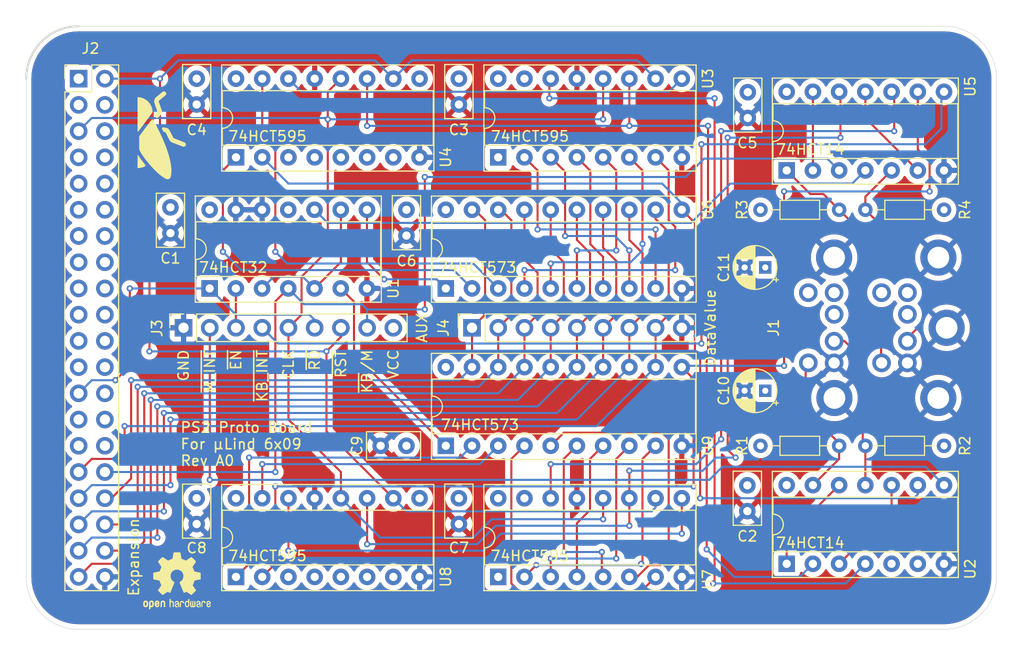
<source format=kicad_pcb>
(kicad_pcb (version 20240108) (generator "pcbnew") (generator_version "8.0")
  (layers (0 "F.Cu" signal) (1 "In1.Cu" power) (2 "In2.Cu" power) (31 "B.Cu" signal) (34 "B.Paste" user) (35 "F.Paste" user) (36 "B.SilkS" user "B.Silkscreen") (37 "F.SilkS" user "F.Silkscreen") (38 "B.Mask" user) (39 "F.Mask" user) (44 "Edge.Cuts" user))
  (net 0 "")
  (net 1 "GND")
  (net 2 "VCC")
  (net 3 "/PS2_KB_DATA")
  (net 5 "/PS2_M_CLK")
  (net 6 "/PS2_M_DATA")
  (net 7 "/PS2_KB_CLK")
  (net 19 "A0")
  (net 21 "/D7")
  (net 25 "/D6")
  (net 31 "/~{RST}")
  (net 34 "/D2")
  (net 35 "/E")
  (net 36 "/D1")
  (net 39 "/D0")
  (net 40 "/D5")
  (net 43 "/D3")
  (net 44 "/D4")
  (net 45 "/~{RD}")
  (net 49 "/~{PS2_EN}")
  (net 50 "/~{INT_PS2_KB}")
  (net 51 "/~{INT_PS2_M}")
  (net 52 "Net-(U9-OE)")
  (net 53 "Net-(U1-Pad3)")
  (net 55 "Net-(U1-Pad10)")
  (net 56 "Net-(U6-OE)")
  (net 57 "Net-(U4-QC)")
  (net 58 "Net-(U3-QH')")
  (net 59 "Net-(U3-QC)")
  (net 60 "Net-(U3-QF)")
  (net 62 "Net-(U3-QH)")
  (net 64 "Net-(U3-QG)")
  (net 65 "Net-(U3-QD)")
  (net 66 "Net-(U3-QE)")
  (net 71 "Net-(U4-QA)")
  (net 72 "Net-(U4-QB)")
  (net 75 "Net-(U5-Pad11)")
  (net 76 "Net-(U8-QC)")
  (net 77 "Net-(U7-SER)")
  (net 78 "Net-(U7-SRCLK)")
  (net 79 "Net-(U7-QH')")
  (net 80 "Net-(U7-QG)")
  (net 82 "Net-(U7-QC)")
  (net 83 "Net-(U7-QD)")
  (net 84 "Net-(U7-QH)")
  (net 85 "Net-(U7-QE)")
  (net 87 "Net-(U7-QF)")
  (net 89 "Net-(U8-QB)")
  (net 92 "Net-(U8-QA)")
  (net 97 "Net-(U2-Pad10)")
  (net 98 "Net-(U2-Pad1)")
  (net 99 "/M_DATA")
  (net 100 "/M_CLK")
  (net 101 "Net-(U5-Pad13)")
  (footprint "Package_DIP:DIP-14_W7.62mm_Socket" (layer "F.Cu") (at 180.325 43.18 90)
    (property "Reference" "U1")
    (property "Value" "74HCT32")
  )
  (footprint "Capacitor_THT:C_Disc_D5.0mm_W2.5mm_P2.50mm" (layer "F.Cu") (at 179.07 63.5 -90)
    (property "Reference" "C8")
    (property "Value" "100n" (hide yes))
  )
  (footprint "Package_DIP:DIP-14_W7.62mm_Socket" (layer "F.Cu") (at 236.22 31.75 90)
    (property "Reference" "U5")
    (property "Value" "74HCT14")
  )
  (footprint "Package_DIP:DIP-16_W7.62mm_Socket" (layer "F.Cu") (at 208.28 30.48 90)
    (property "Reference" "U3")
    (property "Value" "74HCT595")
  )
  (footprint "Package_DIP:DIP-20_W7.62mm_Socket" (layer "F.Cu") (at 203.2 58.42 90)
    (property "Reference" "U9")
    (property "Value" "74HCT573")
  )
  (footprint "Resistor_THT:R_Axial_DIN0204_L3.6mm_D1.6mm_P7.62mm_Horizontal" (layer "F.Cu") (at 251.46 58.42 180)
    (property "Reference" "R2")
    (property "Value" "10k" (hide yes))
  )
  (footprint "Package_DIP:DIP-16_W7.62mm_Socket" (layer "F.Cu") (at 182.88 30.48 90)
    (property "Reference" "U4")
    (property "Value" "74HCT595")
  )
  (footprint "Connector_PinHeader_2.54mm:PinHeader_2x20_P2.54mm_Vertical" (layer "F.Cu") (at 167.64 22.86)
    (property "Reference" "J2")
    (property "Value" "Expansion")
  )
  (footprint "Capacitor_THT:C_Disc_D5.0mm_W2.5mm_P2.50mm" (layer "F.Cu") (at 199.39 35.56 -90)
    (property "Reference" "C6")
    (property "Value" "100n" (hide yes))
  )
  (footprint "Capacitor_THT:CP_Radial_D4.0mm_P2.00mm" (layer "F.Cu") (at 234.144597 41.148 180)
    (property "Reference" "C11")
    (property "Value" "10u" (hide yes))
  )
  (footprint "Capacitor_THT:C_Disc_D5.0mm_W2.5mm_P2.50mm" (layer "F.Cu") (at 232.452 24.17 -90)
    (property "Reference" "C5")
    (property "Value" "100n" (hide yes))
  )
  (footprint "Symbol:OSHW-Logo2_7.3x6mm_SilkScreen" (layer "F.Cu") (at 177.165 71.501)
    (property "Reference" "REF**" (hide yes))
    (property "Value" "OSHW-Logo2_7.3x6mm_SilkScreen" (hide yes))
  )
  (footprint "Capacitor_THT:C_Disc_D5.0mm_W2.5mm_P2.50mm" (layer "F.Cu") (at 199.39 58.42 180)
    (property "Reference" "C9")
    (property "Value" "100n" (hide yes))
  )
  (footprint "Connector_PinSocket_2.54mm:PinSocket_1x09_P2.54mm_Vertical" (layer "F.Cu") (at 177.8 46.99 90)
    (property "Reference" "J3")
    (property "Value" "AUX")
  )
  (footprint "Capacitor_THT:C_Disc_D5.0mm_W2.5mm_P2.50mm" (layer "F.Cu") (at 179.07 22.86 -90)
    (property "Reference" "C4")
    (property "Value" "100n" (hide yes))
  )
  (footprint "Package_DIP:DIP-14_W7.62mm_Socket" (layer "F.Cu") (at 236.22 69.85 90)
    (property "Reference" "U2")
    (property "Value" "74HCT14")
  )
  (footprint "Resistor_THT:R_Axial_DIN0204_L3.6mm_D1.6mm_P7.62mm_Horizontal" (layer "F.Cu") (at 251.46 35.56 180)
    (property "Reference" "R4")
    (property "Value" "10k" (hide yes))
  )
  (footprint "Capacitor_THT:C_Disc_D5.0mm_W2.5mm_P2.50mm" (layer "F.Cu") (at 232.41 62.25 -90)
    (property "Reference" "C2")
    (property "Value" "100n" (hide yes))
  )
  (footprint "Resistor_THT:R_Axial_DIN0204_L3.6mm_D1.6mm_P7.62mm_Horizontal" (layer "F.Cu") (at 233.68 58.42)
    (property "Reference" "R1")
    (property "Value" "10k" (hide yes))
  )
  (footprint "Capacitor_THT:C_Disc_D5.0mm_W2.5mm_P2.50mm" (layer "F.Cu") (at 204.47 22.86 -90)
    (property "Reference" "C3")
    (property "Value" "100n")
  )
  (footprint "Capacitor_THT:C_Disc_D5.0mm_W2.5mm_P2.50mm" (layer "F.Cu") (at 204.47 63.5 -90)
    (property "Reference" "C7")
    (property "Value" "100n" (hide yes))
  )
  (footprint "kicad-lib:2xPS2-Mini-Din" (layer "F.Cu") (at 256.414 46.99 90)
    (property "Reference" "J1")
    (property "Value" "~" (hide yes))
  )
  (footprint "Capacitor_THT:C_Disc_D5.0mm_W2.5mm_P2.50mm" (layer "F.Cu") (at 176.53 35.326 -90)
    (property "Reference" "C1")
    (property "Value" "100n" (hide yes))
  )
  (footprint "Package_DIP:DIP-20_W7.62mm_Socket" (layer "F.Cu") (at 203.2 43.18 90)
    (property "Reference" "U6")
    (property "Value" "74HCT573")
  )
  (footprint "Resistor_THT:R_Axial_DIN0204_L3.6mm_D1.6mm_P7.62mm_Horizontal" (layer "F.Cu") (at 233.68 35.56)
    (property "Reference" "R3")
    (property "Value" "10k" (hide yes))
  )
  (footprint "Connector_PinSocket_2.54mm:PinSocket_1x09_P2.54mm_Vertical" (layer "F.Cu") (at 205.74 46.99 90)
    (property "Reference" "J4")
    (property "Value" "DataValue")
  )
  (footprint "Package_DIP:DIP-16_W7.62mm_Socket" (layer "F.Cu") (at 208.28 71.12 90)
    (property "Reference" "U7")
    (property "Value" "74HCT595")
  )
  (footprint "Package_DIP:DIP-16_W7.62mm_Socket" (layer "F.Cu") (at 182.88 71.12 90)
    (property "Reference" "U8")
    (property "Value" "74HCT595")
  )
  (footprint "kicad-lib:fly_6mm" (layer "F.Cu") (at 175.641 28.448)
    (property "Reference" "G***" (hide yes))
    (property "Value" "LOGO" (hide yes))
  )
  (footprint "Capacitor_THT:CP_Radial_D4.0mm_P2.00mm" (layer "F.Cu") (at 234.1446 53.086 180)
    (property "Reference" "C10")
    (property "Value" "10u" (hide yes))
  )
  (gr_arc (start 167.64 76.2) (mid 164.047898 74.712102) (end 162.56 71.12) (stroke (width 0.05)) (layer "Edge.Cuts"))
  (gr_line (start 167.64 17.78) (end 251.46 17.78) (stroke (width 0.05)) (layer "Edge.Cuts"))
  (gr_arc (start 162.56 22.86) (mid 164.047898 19.267898) (end 167.64 17.78) (stroke (width 0.2)) (layer "Edge.Cuts"))
  (gr_arc (start 251.46 17.78) (mid 255.052102 19.267898) (end 256.54 22.86) (stroke (width 0.05)) (layer "Edge.Cuts"))
  (gr_line (start 167.894 76.2) (end 167.64 76.2) (stroke (width 0.05)) (layer "Edge.Cuts"))
  (gr_line (start 162.56 71.12) (end 162.56 22.86) (stroke (width 0.05)) (layer "Edge.Cuts"))
  (gr_line (start 251.46 76.2) (end 167.894 76.2) (stroke (width 0.05)) (layer "Edge.Cuts"))
  (gr_line (start 256.54 22.86) (end 256.54 71.12) (stroke (width 0.05)) (layer "Edge.Cuts"))
  (gr_arc (start 256.54 71.12) (mid 255.052102 74.712102) (end 251.46 76.2) (stroke (width 0.05)) (layer "Edge.Cuts"))
  (gr_text "~{M_INT}" (at 180.34 49.022 90) (layer "F.SilkS") (effects (font (size 1 1)) (justify right)))
  (gr_text "~{KB_INT}" (at 185.42 49.022 90) (layer "F.SilkS") (effects (font (size 1 1)) (justify right)))
  (gr_text "CLK\n" (at 187.96 49.022 90) (layer "F.SilkS") (effects (font (size 1 1)) (justify right)))
  (gr_text "VCC" (at 198.12 49.022 90) (layer "F.SilkS") (effects (font (size 1 1)) (justify right)))
  (gr_text "PS2 Proto Board\nFor µLind 6x09\nRev A0" (at 177.419 60.452 0) (layer "F.SilkS") (effects (font (size 1 1)) (justify left bottom)))
  (gr_text "~{KB}/M" (at 195.58 49.022 90) (layer "F.SilkS") (effects (font (size 1 1)) (justify right)))
  (gr_text "GND\n" (at 177.8 49.022 90) (layer "F.SilkS") (effects (font (size 1 1)) (justify right)))
  (gr_text "~{RD}" (at 190.5 49.022 90) (layer "F.SilkS") (effects (font (size 1 1)) (justify right)))
  (gr_text "~{RST}" (at 193.04 49.022 90) (layer "F.SilkS") (effects (font (size 1 1)) (justify right)))
  (gr_text "~{EN}" (at 182.88 49.022 90) (layer "F.SilkS") (effects (font (size 1 1)) (justify right)))
  (segment (start 243.84 35.56) (end 243.84 34.29) (width 0.2) (layer "F.Cu") (net 3))
  (segment (start 249.428 42.926) (end 247.904 41.402) (width 0.2) (layer "F.Cu") (net 3))
  (segment (start 247.66 48.25) (end 249.428 46.482) (width 0.2) (layer "F.Cu") (net 3))
  (segment (start 247.904 39.624) (end 243.84 35.56) (width 0.2) (layer "F.Cu") (net 3))
  (segment (start 247.904 41.402) (end 247.904 39.624) (width 0.2) (layer "F.Cu") (net 3))
  (segment (start 243.84 34.29) (end 246.38 31.75) (width 0.2) (layer "F.Cu") (net 3))
  (segment (start 247.66 48.29) (end 247.66 48.25) (width 0.2) (layer "F.Cu") (net 3))
  (segment (start 249.428 46.482) (end 249.428 42.926) (width 0.2) (layer "F.Cu") (net 3))
  (segment (start 241.3 58.42) (end 241.3 59.69) (width 0.2) (layer "F.Cu") (net 5))
  (segment (start 238.06 54.926) (end 241.3 58.166) (width 0.2) (layer "F.Cu") (net 5))
  (segment (start 241.3 59.69) (end 238.76 62.23) (width 0.2) (layer "F.Cu") (net 5))
  (segment (start 241.3 58.166) (end 241.3 58.42) (width 0.2) (layer "F.Cu") (net 5))
  (segment (start 238.06 50.39) (end 238.06 54.926) (width 0.2) (layer "F.Cu") (net 5))
  (segment (start 240.56 48.29) (end 241.838 48.29) (width 0.2) (layer "F.Cu") (net 6))
  (segment (start 243.84 62.23) (end 243.84 58.42) (width 0.2) (layer "F.Cu") (net 6))
  (segment (start 241.838 48.29) (end 243.586 50.038) (width 0.2) (layer "F.Cu") (net 6))
  (segment (start 243.586 58.166) (end 243.84 58.42) (width 0.2) (layer "F.Cu") (net 6))
  (segment (start 243.586 50.038) (end 243.586 58.166) (width 0.2) (layer "F.Cu") (net 6))
  (segment (start 245.364 46.228) (end 243.586 44.45) (width 0.2) (layer "F.Cu") (net 7))
  (segment (start 239.776 34.036) (end 238.506 34.036) (width 0.2) (layer "F.Cu") (net 7))
  (segment (start 241.3 35.56) (end 239.776 34.036) (width 0.2) (layer "F.Cu") (net 7))
  (segment (start 243.586 44.45) (end 243.586 37.846) (width 0.2) (layer "F.Cu") (net 7))
  (segment (start 245.16 50.39) (end 245.364 50.186) (width 0.2) (layer "F.Cu") (net 7))
  (segment (start 245.364 50.186) (end 245.364 46.228) (width 0.2) (layer "F.Cu") (net 7))
  (segment (start 238.506 34.036) (end 236.22 31.75) (width 0.2) (layer "F.Cu") (net 7))
  (segment (start 243.586 37.846) (end 241.3 35.56) (width 0.2) (layer "F.Cu") (net 7))
  (segment (start 201.168 45.212) (end 201.168 32.385) (width 0.2) (layer "F.Cu") (net 19))
  (segment (start 186.69 44.435) (end 187.945 43.18) (width 0.2) (layer "F.Cu") (net 19))
  (segment (start 186.69 60.96) (end 186.69 44.435) (width 0.2) (layer "F.Cu") (net 19))
  (via (at 201.168 45.212) (size 0.6) (drill 0.3) (layers "F.Cu" "B.Cu") (net 19))
  (via (at 201.168 32.385) (size 0.6) (drill 0.3) (layers "F.Cu" "B.Cu") (net 19))
  (via (at 186.69 60.96) (size 0.6) (drill 0.3) (layers "F.Cu" "B.Cu") (net 19))
  (segment (start 187.945 43.18) (end 189.469 44.704) (width 0.2) (layer "B.Cu") (net 19))
  (segment (start 226.441 32.385) (end 228.219 30.607) (width 0.2) (layer "B.Cu") (net 19))
  (segment (start 189.469 44.704) (end 195.072 44.704) (width 0.2) (layer "B.Cu") (net 19))
  (segment (start 170.18 60.96) (end 186.69 60.96) (width 0.2) (layer "B.Cu") (net 19))
  (segment (start 195.58 45.212) (end 201.168 45.212) (width 0.2) (layer "B.Cu") (net 19))
  (segment (start 195.58 45.212) (end 195.58 46.99) (width 0.2) (layer "B.Cu") (net 19))
  (segment (start 240.157 30.607) (end 241.3 31.75) (width 0.2) (layer "B.Cu") (net 19))
  (segment (start 201.168 32.385) (end 226.441 32.385) (width 0.2) (layer "B.Cu") (net 19))
  (segment (start 228.219 30.607) (end 240.157 30.607) (width 0.2) (layer "B.Cu") (net 19))
  (segment (start 195.072 44.704) (end 195.58 45.212) (width 0.2) (layer "B.Cu") (net 19))
  (segment (start 168.91 59.69) (end 167.64 60.96) (width 0.2) (layer "F.Cu") (net 21))
  (segment (start 224.79 37.719) (end 223.52 36.449) (width 0.2) (layer "F.Cu") (net 21))
  (segment (start 171.831 59.69) (end 168.91 59.69) (width 0.2) (layer "F.Cu") (net 21))
  (segment (start 172.085 56.515) (end 172.085 59.436) (width 0.2) (layer "F.Cu") (net 21))
  (segment (start 223.52 46.99) (end 223.52 50.8) (width 0.2) (layer "F.Cu") (net 21))
  (segment (start 172.085 59.436) (end 171.831 59.69) (width 0.2) (layer "F.Cu") (net 21))
  (segment (start 224.79 45.72) (end 224.79 37.719) (width 0.2) (layer "F.Cu") (net 21))
  (segment (start 223.52 36.449) (end 223.52 35.306) (width 0.2) (layer "F.Cu") (net 21))
  (segment (start 223.52 46.99) (end 224.79 45.72) (width 0.2) (layer "F.Cu") (net 21))
  (via (at 172.085 56.515) (size 0.6) (drill 0.3) (layers "F.Cu" "B.Cu") (net 21))
  (segment (start 223.5073 50.8) (end 223.52 50.8) (width 0.2) (layer "B.Cu") (net 21))
  (segment (start 217.7923 56.515) (end 223.5073 50.8) (width 0.2) (layer "B.Cu") (net 21))
  (segment (start 172.085 56.515) (end 217.7923 56.515) (width 0.2) (layer "B.Cu") (net 21))
  (segment (start 220.98 38.481) (end 220.98 35.306) (width 0.2) (layer "F.Cu") (net 25))
  (segment (start 220.98 46.99) (end 220.98 50.8) (width 0.2) (layer "F.Cu") (net 25))
  (segment (start 220.98 46.99) (end 222.25 45.72) (width 0.2) (layer "F.Cu") (net 25))
  (segment (start 222.25 45.72) (end 222.25 39.751) (width 0.2) (layer "F.Cu") (net 25))
  (segment (start 222.25 39.751) (end 220.98 38.481) (width 0.2) (layer "F.Cu") (net 25))
  (segment (start 176.53 62.23) (end 176.53 55.88) (width 0.2) (layer "F.Cu") (net 25))
  (via (at 176.53 62.23) (size 0.6) (drill 0.3) (layers "F.Cu" "B.Cu") (net 25))
  (via (at 176.53 55.88) (size 0.6) (drill 0.3) (layers "F.Cu" "B.Cu") (net 25))
  (segment (start 215.9 55.88) (end 220.98 50.8) (width 0.2) (layer "B.Cu") (net 25))
  (segment (start 176.53 62.23) (end 168.91 62.23) (width 0.2) (layer "B.Cu") (net 25))
  (segment (start 168.91 62.23) (end 167.64 63.5) (width 0.2) (layer "B.Cu") (net 25))
  (segment (start 176.53 55.88) (end 215.9 55.88) (width 0.2) (layer "B.Cu") (net 25))
  (segment (start 174.498 33.528) (end 174.498 49.276) (width 0.2) (layer "F.Cu") (net 31))
  (segment (start 191.643 57.023) (end 198.12 63.5) (width 0.2) (layer "F.Cu") (net 31))
  (segment (start 193.04 47.879) (end 193.04 46.99) (width 0.2) (layer "F.Cu") (net 31))
  (segment (start 191.643 49.276) (end 193.04 47.879) (width 0.2) (layer "F.Cu") (net 31))
  (segment (start 191.643 49.276) (end 191.643 57.023) (width 0.2) (layer "F.Cu") (net 31))
  (segment (start 175.514 32.512) (end 174.498 33.528) (width 0.2) (layer "F.Cu") (net 31))
  (segment (start 175.514 22.86) (end 175.514 32.512) (width 0.2) (layer "F.Cu") (net 31))
  (via (at 191.643 49.276) (size 0.6) (drill 0.3) (layers "F.Cu" "B.Cu") (net 31))
  (via (at 174.498 49.276) (size 0.6) (drill 0.3) (layers "F.Cu" "B.Cu") (net 31))
  (via (at 175.514 22.86) (size 0.6) (drill 0.3) (layers "F.Cu" "B.Cu") (net 31))
  (segment (start 174.498 49.276) (end 191.643 49.276) (width 0.2) (layer "B.Cu") (net 31))
  (segment (start 198.12 22.86) (end 199.898 21.082) (width 0.2) (layer "B.Cu") (net 31))
  (segment (start 198.12 63.5) (end 199.39 64.77) (width 0.2) (layer "B.Cu") (net 31))
  (segment (start 196.342 21.082) (end 198.12 22.86) (width 0.2) (layer "B.Cu") (net 31))
  (segment (start 175.514 22.86) (end 177.292 21.082) (width 0.2) (layer "B.Cu") (net 31))
  (segment (start 177.292 21.082) (end 196.342 21.082) (width 0.2) (layer "B.Cu") (net 31))
  (segment (start 223.52 64.389) (end 223.52 63.5) (width 0.2) (layer "B.Cu") (net 31))
  (segment (start 223.139 64.77) (end 223.52 64.389) (width 0.2) (layer "B.Cu") (net 31))
  (segment (start 170.18 22.86) (end 175.514 22.86) (width 0.2) (layer "B.Cu") (net 31))
  (segment (start 199.39 64.77) (end 223.139 64.77) (width 0.2) (layer "B.Cu") (net 31))
  (segment (start 221.742 21.082) (end 223.52 22.86) (width 0.2) (layer "B.Cu") (net 31))
  (segment (start 199.898 21.082) (end 221.742 21.082) (width 0.2) (layer "B.Cu") (net 31))
  (segment (start 212.09 41.656) (end 210.82 40.386) (width 0.2) (layer "F.Cu") (net 34))
  (segment (start 173.99 67.691) (end 173.99 53.34) (width 0.2) (layer "F.Cu") (net 34))
  (segment (start 210.82 46.99) (end 210.82 50.8) (width 0.2) (layer "F.Cu") (net 34))
  (segment (start 210.82 46.99) (end 212.09 45.72) (width 0.2) (layer "F.Cu") (net 34))
  (segment (start 212.09 45.72) (end 212.09 41.656) (width 0.2) (layer "F.Cu") (net 34))
  (segment (start 173.101 68.58) (end 173.99 67.691) (width 0.2) (layer "F.Cu") (net 34))
  (segment (start 210.82 40.386) (end 210.82 35.306) (width 0.2) (layer "F.Cu") (net 34))
  (segment (start 170.18 68.58) (end 173.101 68.58) (width 0.2) (layer "F.Cu") (net 34))
  (via (at 173.99 53.34) (size 0.6) (drill 0.3) (layers "F.Cu" "B.Cu") (net 34))
  (segment (start 173.99 53.34) (end 208.28 53.34) (width 0.2) (layer "B.Cu") (net 34))
  (segment (start 208.28 53.34) (end 210.82 50.8) (width 0.2) (layer "B.Cu") (net 34))
  (segment (start 218.44 26.797) (end 218.44 22.86) (width 0.2) (layer "F.Cu") (net 35))
  (segment (start 187.96 46.99) (end 187.96 55.88) (width 0.2) (layer "F.Cu") (net 35))
  (segment (start 218.44 65.532) (end 218.44 63.5) (width 0.2) (layer "F.Cu") (net 35))
  (segment (start 191.77 24.13) (end 193.04 22.86) (width 0.2) (layer "F.Cu") (net 35))
  (segment (start 191.77 39.497) (end 189.23 42.037) (width 0.2) (layer "F.Cu") (net 35))
  (segment (start 191.77 26.797) (end 191.77 24.13) (width 0.2) (layer "F.Cu") (net 35))
  (segment (start 189.23 45.72) (end 187.96 46.99) (width 0.2) (layer "F.Cu") (net 35))
  (segment (start 187.96 55.88) (end 193.04 60.96) (width 0.2) (layer "F.Cu") (net 35))
  (segment (start 193.04 60.96) (end 193.04 63.5) (width 0.2) (layer "F.Cu") (net 35))
  (segment (start 189.23 42.037) (end 189.23 45.72) (width 0.2) (layer "F.Cu") (net 35))
  (segment (start 191.77 26.797) (end 191.77 39.497) (width 0.2) (layer "F.Cu") (net 35))
  (via (at 191.77 26.797) (size 0.6) (drill 0.3) (layers "F.Cu" "B.Cu") (net 35))
  (via (at 218.44 65.532) (size 0.6) (drill 0.3) (layers "F.Cu" "B.Cu") (net 35))
  (via (at 218.44 26.797) (size 0.6) (drill 0.3) (layers "F.Cu" "B.Cu") (net 35))
  (segment (start 193.04 63.5) (end 196.85 67.31) (width 0.2) (layer "B.Cu") (net 35))
  (segment (start 191.643 26.67) (end 168.91 26.67) (width 0.2) (layer "B.Cu") (net 35))
  (segment (start 205.867 67.31) (end 207.645 65.532) (width 0.2) (layer "B.Cu") (net 35))
  (segment (start 168.91 26.67) (end 167.64 27.94) (width 0.2) (layer "B.Cu") (net 35))
  (segment (start 196.85 67.31) (end 205.867 67.31) (width 0.2) (layer "B.Cu") (net 35))
  (segment (start 191.77 26.797) (end 191.643 26.67) (width 0.2) (layer "B.Cu") (net 35))
  (segment (start 191.77 26.797) (end 218.44 26.797) (width 0.2) (layer "B.Cu") (net 35))
  (segment (start 207.645 65.532) (end 218.44 65.532) (width 0.2) (layer "B.Cu") (net 35))
  (segment (start 172.974 66.04) (end 170.18 66.04) (width 0.2) (layer "F.Cu") (net 36))
  (segment (start 209.55 45.72) (end 209.55 36.576) (width 0.2) (layer "F.Cu") (net 36))
  (segment (start 208.28 46.99) (end 208.28 50.8) (width 0.2) (layer "F.Cu") (net 36))
  (segment (start 208.28 46.99) (end 209.55 45.72) (width 0.2) (layer "F.Cu") (net 36))
  (segment (start 173.355 52.705) (end 173.355 65.659) (width 0.2) (layer "F.Cu") (net 36))
  (segment (start 209.55 36.576) (end 208.28 35.306) (width 0.2) (layer "F.Cu") (net 36))
  (segment (start 173.355 65.659) (end 172.974 66.04) (width 0.2) (layer "F.Cu") (net 36))
  (via (at 173.355 52.705) (size 0.6) (drill 0.3) (layers "F.Cu" "B.Cu") (net 36))
  (segment (start 206.375 52.705) (end 208.28 50.8) (width 0.2) (layer "B.Cu") (net 36))
  (segment (start 173.355 52.705) (end 206.375 52.705) (width 0.2) (layer "B.Cu") (net 36))
  (segment (start 172.72 61.595) (end 170.815 63.5) (width 0.2) (layer "F.Cu") (net 39))
  (segment (start 205.74 46.99) (end 207.01 45.72) (width 0.2) (layer "F.Cu") (net 39))
  (segment (start 207.01 45.72) (end 207.01 36.576) (width 0.2) (layer "F.Cu") (net 39))
  (segment (start 207.01 36.576) (end 205.74 35.306) (width 0.2) (layer "F.Cu") (net 39))
  (segment (start 172.72 52.07) (end 172.72 61.595) (width 0.2) (layer "F.Cu") (net 39))
  (segment (start 205.74 46.99) (end 205.74 50.8) (width 0.2) (layer "F.Cu") (net 39))
  (segment (start 170.815 63.5) (end 170.18 63.5) (width 0.2) (layer "F.Cu") (net 39))
  (via (at 172.72 52.07) (size 0.6) (drill 0.3) (layers "F.Cu" "B.Cu") (net 39))
  (segment (start 204.47 52.07) (end 205.74 50.8) (width 0.2) (layer "B.Cu") (net 39))
  (segment (start 172.72 52.07) (end 204.47 52.07) (width 0.2) (layer "B.Cu") (net 39))
  (segment (start 175.895 64.77) (end 175.895 55.245) (width 0.2) (layer "F.Cu") (net 40))
  (segment (start 218.44 46.99) (end 218.44 50.8) (width 0.2) (layer "F.Cu") (net 40))
  (segment (start 219.71 45.72) (end 219.71 40.513) (width 0.2) (layer "F.Cu") (net 40))
  (segment (start 218.44 46.99) (end 219.71 45.72) (width 0.2) (layer "F.Cu") (net 40))
  (segment (start 218.44 39.243) (end 218.44 35.306) (width 0.2) (layer "F.Cu") (net 40))
  (segment (start 219.71 40.513) (end 218.44 39.243) (width 0.2) (layer "F.Cu") (net 40))
  (via (at 175.895 55.245) (size 0.6) (drill 0.3) (layers "F.Cu" "B.Cu") (net 40))
  (via (at 175.895 64.77) (size 0.6) (drill 0.3) (layers "F.Cu" "B.Cu") (net 40))
  (segment (start 168.91 64.77) (end 167.64 66.04) (width 0.2) (layer "B.Cu") (net 40))
  (segment (start 175.895 64.77) (end 168.91 64.77) (width 0.2) (layer "B.Cu") (net 40))
  (segment (start 213.995 55.245) (end 218.44 50.8) (width 0.2) (layer "B.Cu") (net 40))
  (segment (start 175.895 55.245) (end 213.995 55.245) (width 0.2) (layer "B.Cu") (net 40))
  (segment (start 213.36 46.99) (end 213.36 50.8) (width 0.2) (layer "F.Cu") (net 43))
  (segment (start 214.63 45.72) (end 214.63 40.64) (width 0.2) (layer "F.Cu") (net 43))
  (segment (start 213.36 39.37) (end 213.36 35.306) (width 0.2) (layer "F.Cu") (net 43))
  (segment (start 168.91 69.85) (end 167.64 71.12) (width 0.2) (layer "F.Cu") (net 43))
  (segment (start 174.625 69.85) (end 168.91 69.85) (width 0.2) (layer "F.Cu") (net 43))
  (segment (start 174.625 53.975) (end 174.625 69.85) (width 0.2) (layer "F.Cu") (net 43))
  (segment (start 214.63 40.64) (end 213.36 39.37) (width 0.2) (layer "F.Cu") (net 43))
  (segment (start 213.36 46.99) (end 214.63 45.72) (width 0.2) (layer "F.Cu") (net 43))
  (via (at 174.625 53.975) (size 0.6) (drill 0.3) (layers "F.Cu" "B.Cu") (net 43))
  (segment (start 210.185 53.975) (end 213.36 50.8) (width 0.2) (layer "B.Cu") (net 43))
  (segment (start 174.625 53.975) (end 210.185 53.975) (width 0.2) (layer "B.Cu") (net 43))
  (segment (start 217.17 39.751) (end 215.9 38.481) (width 0.2) (layer "F.Cu") (net 44))
  (segment (start 217.17 45.72) (end 217.17 39.751) (width 0.2) (layer "F.Cu") (net 44))
  (segment (start 215.9 38.481) (end 215.9 35.306) (width 0.2) (layer "F.Cu") (net 44))
  (segment (start 215.9 46.99) (end 215.9 50.8) (width 0.2) (layer "F.Cu") (net 44))
  (segment (start 215.9 46.99) (end 217.17 45.72) (width 0.2) (layer "F.Cu") (net 44))
  (segment (start 175.26 67.31) (end 175.26 54.61) (width 0.2) (layer "F.Cu") (net 44))
  (via (at 175.26 67.31) (size 0.6) (drill 0.3) (layers "F.Cu" "B.Cu") (net 44))
  (via (at 175.26 54.61) (size 0.6) (drill 0.3) (layers "F.Cu" "B.Cu") (net 44))
  (segment (start 175.26 54.61) (end 212.09 54.61) (width 0.2) (layer "B.Cu") (net 44))
  (segment (start 167.64 68.58) (end 168.91 67.31) (width 0.2) (layer "B.Cu") (net 44))
  (segment (start 168.91 67.31) (end 175.26 67.31) (width 0.2) (layer "B.Cu") (net 44))
  (segment (start 212.09 54.61) (end 215.9 50.8) (width 0.2) (layer "B.Cu") (net 44))
  (segment (start 172.593 50.673) (end 172.593 43.18) (width 0.2) (layer "F.Cu") (net 45))
  (segment (start 171.196 52.07) (end 172.593 50.673) (width 0.2) (layer "F.Cu") (net 45))
  (via (at 172.593 43.18) (size 0.6) (drill 0.3) (layers "F.Cu" "B.Cu") (net 45))
  (via (at 171.196 52.07) (size 0.6) (drill 0.3) (layers "F.Cu" "B.Cu") (net 45))
  (segment (start 171.196 52.07) (end 168.91 52.07) (width 0.2) (layer "B.Cu") (net 45))
  (segment (start 189.992 45.72) (end 190.5 46.228) (width 0.2) (layer "B.Cu") (net 45))
  (segment (start 168.91 52.07) (end 167.64 53.34) (width 0.2) (layer "B.Cu") (net 45))
  (segment (start 190.5 46.228) (end 190.5 46.99) (width 0.2) (layer "B.Cu") (net 45))
  (segment (start 180.325 43.18) (end 182.865 45.72) (width 0.2) (layer "B.Cu") (net 45))
  (segment (start 182.865 45.72) (end 189.992 45.72) (width 0.2) (layer "B.Cu") (net 45))
  (segment (start 172.593 43.18) (end 180.325 43.18) (width 0.2) (layer "B.Cu") (net 45))
  (segment (start 182.865 46.975) (end 182.88 46.99) (width 0.2) (layer "F.Cu") (net 49))
  (segment (start 182.865 43.18) (end 182.865 46.975) (width 0.2) (layer "F.Cu") (net 49))
  (segment (start 227.965 29.21) (end 227.965 48.514) (width 0.2) (layer "F.Cu") (net 50))
  (via (at 227.965 48.514) (size 0.6) (drill 0.3) (layers "F.Cu" "B.Cu") (net 50))
  (via (at 227.965 29.21) (size 0.6) (drill 0.3) (layers "F.Cu" "B.Cu") (net 50))
  (segment (start 251.206 27.686) (end 251.206 24.384) (width 0.2) (layer "B.Cu") (net 50))
  (segment (start 249.682 29.21) (end 251.206 27.686) (width 0.2) (layer "B.Cu") (net 50))
  (segment (start 227.965 48.514) (end 186.944 48.514) (width 0.2) (layer "B.Cu") (net 50))
  (segment (start 227.965 29.21) (end 249.682 29.21) (width 0.2) (layer "B.Cu") (net 50))
  (segment (start 186.944 48.514) (end 185.42 46.99) (width 0.2) (layer "B.Cu") (net 50))
  (segment (start 251.206 24.384) (end 251.46 24.13) (width 0.2) (layer "B.Cu") (net 50))
  (segment (start 180.34 61.468) (end 180.34 61.722) (width 0.2) (layer "F.Cu") (net 51))
  (segment (start 180.34 46.99) (end 180.34 61.468) (width 0.2) (layer "F.Cu") (net 51))
  (via (at 180.34 61.722) (size 0.6) (drill 0.3) (layers "F.Cu" "B.Cu") (net 51))
  (segment (start 180.34 61.722) (end 228.727 61.722) (width 0.2) (layer "B.Cu") (net 51))
  (segment (start 249.682 60.452) (end 251.46 62.23) (width 0.2) (layer "B.Cu") (net 51))
  (segment (start 228.727 61.722) (end 229.997 60.452) (width 0.2) (layer "B.Cu") (net 51))
  (segment (start 229.997 60.452) (end 249.682 60.452) (width 0.2) (layer "B.Cu") (net 51))
  (segment (start 194.31 44.465) (end 194.31 49.53) (width 0.2) (layer "F.Cu") (net 52))
  (segment (start 193.025 43.18) (end 194.31 44.465) (width 0.2) (layer "F.Cu") (net 52))
  (segment (start 194.31 49.53) (end 203.2 58.42) (width 0.2) (layer "F.Cu") (net 52))
  (segment (start 190.485 43.18) (end 193.04 40.625) (width 0.2) (layer "F.Cu") (net 53))
  (segment (start 193.04 40.625) (end 193.04 35.575) (width 0.2) (layer "F.Cu") (net 53))
  (segment (start 193.04 35.575) (end 193.025 35.56) (width 0.2) (layer "F.Cu") (net 53))
  (segment (start 186.548 42.037) (end 189.342 42.037) (width 0.2) (layer "B.Cu") (net 53))
  (segment (start 185.405 43.18) (end 186.548 42.037) (width 0.2) (layer "B.Cu") (net 53))
  (segment (start 189.342 42.037) (end 190.485 43.18) (width 0.2) (layer "B.Cu") (net 53))
  (segment (start 226.949 36.83) (end 230.759 33.02) (width 0.2) (layer "B.Cu") (net 55))
  (segment (start 191.755 36.83) (end 226.949 36.83) (width 0.2) (layer "B.Cu") (net 55))
  (segment (start 242.57 33.02) (end 243.84 31.75) (width 0.2) (layer "B.Cu") (net 55))
  (segment (start 230.759 33.02) (end 242.57 33.02) (width 0.2) (layer "B.Cu") (net 55))
  (segment (start 190.485 35.56) (end 191.755 36.83) (width 0.2) (layer "B.Cu") (net 55))
  (segment (start 195.565 40.625) (end 195.565 35.56) (width 0.2) (layer "F.Cu") (net 56))
  (segment (start 197.231 42.291) (end 195.565 40.625) (width 0.2) (layer "F.Cu") (net 56))
  (via (at 197.231 42.291) (size 0.6) (drill 0.3) (layers "F.Cu" "B.Cu") (net 56))
  (segment (start 197.231 42.291) (end 202.311 42.291) (width 0.2) (layer "B.Cu") (net 56))
  (segment (start 202.311 42.291) (end 203.2 43.18) (width 0.2) (layer "B.Cu") (net 56))
  (segment (start 227.838 49.911) (end 227.33 49.403) (width 0.2) (layer "F.Cu") (net 57))
  (segment (start 227.33 36.83) (end 226.06 35.56) (width 0.2) (layer "F.Cu") (net 57))
  (segment (start 227.838 63.5) (end 227.838 49.911) (width 0.2) (layer "F.Cu") (net 57))
  (segment (start 227.33 49.403) (end 227.33 36.83) (width 0.2) (layer "F.Cu") (net 57))
  (via (at 227.838 63.5) (size 0.6) (drill 0.3) (layers "F.Cu" "B.Cu") (net 57))
  (segment (start 248.539 63.5) (end 248.92 63.119) (width 0.2) (layer "B.Cu") (net 57))
  (segment (start 227.838 63.5) (end 248.539 63.5) (width 0.2) (layer "B.Cu") (net 57))
  (segment (start 185.42 30.48) (end 187.96 33.02) (width 0.2) (layer "B.Cu") (net 57))
  (segment (start 187.96 33.02) (end 224.155 33.02) (width 0.2) (layer "B.Cu") (net 57))
  (segment (start 248.92 63.119) (end 248.92 62.23) (width 0.2) (layer "B.Cu") (net 57))
  (segment (start 226.06 34.925) (end 226.06 35.56) (width 0.2) (layer "B.Cu") (net 57))
  (segment (start 224.155 33.02) (end 226.06 34.925) (width 0.2) (layer "B.Cu") (net 57))
  (segment (start 224.79 24.13) (end 226.06 22.86) (width 0.2) (layer "B.Cu") (net 58))
  (segment (start 187.96 22.86) (end 189.23 24.13) (width 0.2) (layer "B.Cu") (net 58))
  (segment (start 189.23 24.13) (end 224.79 24.13) (width 0.2) (layer "B.Cu") (net 58))
  (segment (start 212.09 31.75) (end 210.82 30.48) (width 0.2) (layer "F.Cu") (net 59))
  (segment (start 212.09 37.465) (end 212.09 31.75) (width 0.2) (layer "F.Cu") (net 59))
  (segment (start 223.52 37.465) (end 223.52 43.18) (width 0.2) (layer "F.Cu") (net 59))
  (via (at 212.09 37.465) (size 0.6) (drill 0.3) (layers "F.Cu" "B.Cu") (net 59))
  (via (at 223.52 37.465) (size 0.6) (drill 0.3) (layers "F.Cu" "B.Cu") (net 59))
  (segment (start 223.52 37.465) (end 212.09 37.465) (width 0.2) (layer "B.Cu") (net 59))
  (segment (start 219.71 31.75) (end 218.44 30.48) (width 0.2) (layer "F.Cu") (net 60))
  (segment (start 219.71 39.497) (end 219.71 31.75) (width 0.2) (layer "F.Cu") (net 60))
  (segment (start 215.9 43.18) (end 215.9 39.497) (width 0.2) (layer "F.Cu") (net 60))
  (via (at 215.9 39.497) (size 0.6) (drill 0.3) (layers "F.Cu" "B.Cu") (net 60))
  (via (at 219.71 39.497) (size 0.6) (drill 0.3) (layers "F.Cu" "B.Cu") (net 60))
  (segment (start 215.9 39.497) (end 219.71 39.497) (width 0.2) (layer "B.Cu") (net 60))
  (segment (start 225.425 41.402) (end 225.425 37.211) (width 0.2) (layer "F.Cu") (net 62))
  (segment (start 210.82 43.18) (end 210.82 41.402) (width 0.2) (layer "F.Cu") (net 62))
  (segment (start 224.79 31.75) (end 223.52 30.48) (width 0.2) (layer "F.Cu") (net 62))
  (segment (start 224.79 36.576) (end 224.79 31.75) (width 0.2) (layer "F.Cu") (net 62))
  (segment (start 225.425 37.211) (end 224.79 36.576) (width 0.2) (layer "F.Cu") (net 62))
  (via (at 210.82 41.402) (size 0.6) (drill 0.3) (layers "F.Cu" "B.Cu") (net 62))
  (via (at 225.425 41.402) (size 0.6) (drill 0.3) (layers "F.Cu" "B.Cu") (net 62))
  (segment (start 225.425 41.402) (end 210.82 41.402) (width 0.2) (layer "B.Cu") (net 62))
  (segment (start 213.36 40.767) (end 213.36 43.18) (width 0.2) (layer "F.Cu") (net 64))
  (segment (start 222.25 38.862) (end 222.25 31.75) (width 0.2) (layer "F.Cu") (net 64))
  (segment (start 222.25 31.75) (end 220.98 30.48) (width 0.2) (layer "F.Cu") (net 64))
  (via (at 222.25 38.862) (size 0.6) (drill 0.3) (layers "F.Cu" "B.Cu") (net 64))
  (via (at 213.36 40.767) (size 0.6) (drill 0.3) (layers "F.Cu" "B.Cu") (net 64))
  (segment (start 222.25 39.497) (end 221.107 40.64) (width 0.2) (layer "B.Cu") (net 64))
  (segment (start 222.25 38.862) (end 222.25 39.497) (width 0.2) (layer "B.Cu") (net 64))
  (segment (start 221.107 40.64) (end 213.487 40.64) (width 0.2) (layer "B.Cu") (net 64))
  (segment (start 213.487 40.64) (end 213.36 40.767) (width 0.2) (layer "B.Cu") (net 64))
  (segment (start 214.757 31.877) (end 213.36 30.48) (width 0.2) (layer "F.Cu") (net 65))
  (segment (start 214.757 38.1) (end 214.757 31.877) (width 0.2) (layer "F.Cu") (net 65))
  (segment (start 220.98 39.497) (end 220.98 43.18) (width 0.2) (layer "F.Cu") (net 65))
  (via (at 214.757 38.1) (size 0.6) (drill 0.3) (layers "F.Cu" "B.Cu") (net 65))
  (via (at 220.98 39.497) (size 0.6) (drill 0.3) (layers "F.Cu" "B.Cu") (net 65))
  (segment (start 220.98 39.497) (end 219.583 38.1) (width 0.2) (layer "B.Cu") (net 65))
  (segment (start 219.583 38.1) (end 214.757 38.1) (width 0.2) (layer "B.Cu") (net 65))
  (segment (start 217.198843 31.778843) (end 215.9 30.48) (width 0.2) (layer "F.Cu") (net 66))
  (segment (start 217.198843 38.890843) (end 217.198843 31.778843) (width 0.2) (layer "F.Cu") (net 66))
  (segment (start 218.44 40.132) (end 217.198843 38.890843) (width 0.2) (layer "F.Cu") (net 66))
  (segment (start 218.44 43.18) (end 218.44 40.132) (width 0.2) (layer "F.Cu") (net 66))
  (segment (start 185.42 27.94) (end 185.42 22.86) (width 0.2) (layer "F.Cu") (net 71))
  (segment (start 186.69 39.624) (end 186.69 29.21) (width 0.2) (layer "F.Cu") (net 71))
  (segment (start 186.69 29.21) (end 185.42 27.94) (width 0.2) (layer "F.Cu") (net 71))
  (via (at 186.69 39.624) (size 0.6) (drill 0.3) (layers "F.Cu" "B.Cu") (net 71))
  (segment (start 205.867 40.767) (end 208.28 43.18) (width 0.2) (layer "B.Cu") (net 71))
  (segment (start 187.833 40.767) (end 205.867 40.767) (width 0.2) (layer "B.Cu") (net 71))
  (segment (start 186.69 39.624) (end 187.833 40.767) (width 0.2) (layer "B.Cu") (net 71))
  (segment (start 181.61 39.624) (end 181.61 31.75) (width 0.2) (layer "F.Cu") (net 72))
  (segment (start 181.61 31.75) (end 182.88 30.48) (width 0.2) (layer "F.Cu") (net 72))
  (via (at 181.61 39.624) (size 0.6) (drill 0.3) (layers "F.Cu" "B.Cu") (net 72))
  (segment (start 183.388 41.402) (end 203.962 41.402) (width 0.2) (layer "B.Cu") (net 72))
  (segment (start 203.962 41.402) (end 205.74 43.18) (width 0.2) (layer "B.Cu") (net 72))
  (segment (start 181.61 39.624) (end 183.388 41.402) (width 0.2) (layer "B.Cu") (net 72))
  (segment (start 243.84 26.67) (end 243.84 24.13) (width 0.2) (layer "F.Cu") (net 75))
  (segment (start 248.92 31.75) (end 243.84 26.67) (width 0.2) (layer "F.Cu") (net 75))
  (segment (start 186.69 69.85) (end 185.42 71.12) (width 0.2) (layer "F.Cu") (net 76))
  (segment (start 250.063 30.861) (end 248.92 29.718) (width 0.2) (layer "F.Cu") (net 76))
  (segment (start 227.203 51.943) (end 226.06 50.8) (width 0.2) (layer "F.Cu") (net 76))
  (segment (start 250.063 33.782) (end 250.063 30.861) (width 0.2) (layer "F.Cu") (net 76))
  (segment (start 248.92 29.718) (end 248.92 24.13) (width 0.2) (layer "F.Cu") (net 76))
  (segment (start 227.203 62.357) (end 227.203 51.943) (width 0.2) (layer "F.Cu") (net 76))
  (segment (start 235.966 33.782) (end 235.966 50.673) (width 0.2) (layer "F.Cu") (net 76))
  (segment (start 186.69 62.357) (end 186.69 69.85) (width 0.2) (layer "F.Cu") (net 76))
  (via (at 235.966 33.782) (size 0.6) (drill 0.3) (layers "F.Cu" "B.Cu") (net 76))
  (via (at 250.063 33.782) (size 0.6) (drill 0.3) (layers "F.Cu" "B.Cu") (net 76))
  (via (at 227.203 62.357) (size 0.6) (drill 0.3) (layers "F.Cu" "B.Cu") (net 76))
  (via (at 235.966 50.673) (size 0.6) (drill 0.3) (layers "F.Cu" "B.Cu") (net 76))
  (via (at 186.69 62.357) (size 0.6) (drill 0.3) (layers "F.Cu" "B.Cu") (net 76))
  (segment (start 226.187 50.673) (end 226.06 50.8) (width 0.2) (layer "B.Cu") (net 76))
  (segment (start 235.966 33.782) (end 250.063 33.782) (width 0.2) (layer "B.Cu") (net 76))
  (segment (start 227.203 62.357) (end 186.69 62.357) (width 0.2) (layer "B.Cu") (net 76))
  (segment (start 235.966 50.673) (end 226.187 50.673) (width 0.2) (layer "B.Cu") (net 76))
  (segment (start 246.634 27.94) (end 246.634 24.384) (width 0.2) (layer "F.Cu") (net 77))
  (segment (start 246.634 24.384) (end 246.38 24.13) (width 0.2) (layer "F.Cu") (net 77))
  (segment (start 213.36 63.5) (end 213.36 60.198) (width 0.2) (layer "F.Cu") (net 77))
  (segment (start 229.87 57.785) (end 229.87 27.94) (width 0.2) (layer "F.Cu") (net 77))
  (via (at 229.87 57.785) (size 0.6) (drill 0.3) (layers "F.Cu" "B.Cu") (net 77))
  (via (at 229.87 27.94) (size 0.6) (drill 0.3) (layers "F.Cu" "B.Cu") (net 77))
  (via (at 246.634 27.94) (size 0.6) (drill 0.3) (layers "F.Cu" "B.Cu") (net 77))
  (via (at 213.36 60.198) (size 0.6) (drill 0.3) (layers "F.Cu" "B.Cu") (net 77))
  (segment (start 229.87 57.785) (end 227.457 60.198) (width 0.2) (layer "B.Cu") (net 77))
  (segment (start 229.87 27.94) (end 246.634 27.94) (width 0.2) (layer "B.Cu") (net 77))
  (segment (start 227.457 60.198) (end 213.36 60.198) (width 0.2) (layer "B.Cu") (net 77))
  (segment (start 241.427 28.575) (end 241.427 24.257) (width 0.2) (layer "F.Cu") (net 78))
  (segment (start 241.427 24.257) (end 241.3 24.13) (width 0.2) (layer "F.Cu") (net 78))
  (segment (start 195.58 63.5) (end 195.58 67.945) (width 0.2) (layer "F.Cu") (net 78))
  (segment (start 220.98 63.5) (end 220.98 60.833) (width 0.2) (layer "F.Cu") (net 78))
  (segment (start 220.98 66.167) (end 220.98 63.5) (width 0.2) (layer "F.Cu") (net 78))
  (segment (start 230.505 28.575) (end 230.505 58.801) (width 0.2) (layer "F.Cu") (net 78))
  (segment (start 230.505 58.801) (end 231.267 59.563) (width 0.2) (layer "F.Cu") (net 78))
  (via (at 241.427 28.575) (size 0.6) (drill 0.3) (layers "F.Cu" "B.Cu") (net 78))
  (via (at 220.98 66.167) (size 0.6) (drill 0.3) (layers "F.Cu" "B.Cu") (net 78))
  (via (at 230.505 28.575) (size 0.6) (drill 0.3) (layers "F.Cu" "B.Cu") (net 78))
  (via (at 220.98 60.833) (size 0.6) (drill 0.3) (layers "F.Cu" "B.Cu") (net 78))
  (via (at 195.58 67.945) (size 0.6) (drill 0.3) (layers "F.Cu" "B.Cu") (net 78))
  (via (at 231.267 59.563) (size 0.6) (drill 0.3) (layers "F.Cu" "B.Cu") (net 78))
  (segment (start 229.362 59.563) (end 231.267 59.563) (width 0.2) (layer "B.Cu") (net 78))
  (segment (start 195.58 67.945) (end 206.248 67.945) (width 0.2) (layer "B.Cu") (net 78))
  (segment (start 206.248 67.945) (end 208.026 66.167) (width 0.2) (layer "B.Cu") (net 78))
  (segment (start 208.026 66.167) (end 220.98 66.167) (width 0.2) (layer "B.Cu") (net 78))
  (segment (start 241.427 28.575) (end 230.505 28.575) (width 0.2) (layer "B.Cu") (net 78))
  (segment (start 220.98 60.833) (end 228.092 60.833) (width 0.2) (layer "B.Cu") (net 78))
  (segment (start 228.092 60.833) (end 229.362 59.563) (width 0.2) (layer "B.Cu") (net 78))
  (segment (start 226.06 66.929) (end 226.06 63.5) (width 0.2) (layer "F.Cu") (net 79))
  (segment (start 187.96 63.5) (end 187.96 68.58) (width 0.2) (layer "F.Cu") (net 79))
  (via (at 226.06 66.929) (size 0.6) (drill 0.3) (layers "F.Cu" "B.Cu") (net 79))
  (via (at 187.96 68.58) (size 0.6) (drill 0.3) (layers "F.Cu" "B.Cu") (net 79))
  (segment (start 206.883 68.58) (end 208.534 66.929) (width 0.2) (layer "B.Cu") (net 79))
  (segment (start 208.534 66.929) (end 226.06 66.929) (width 0.2) (layer "B.Cu") (net 79))
  (segment (start 187.96 68.58) (end 206.883 68.58) (width 0.2) (layer "B.Cu") (net 79))
  (segment (start 222.885 69.977) (end 221.742 71.12) (width 0.2) (layer "F.Cu") (net 80))
  (segment (start 221.742 71.12) (end 220.98 71.12) (width 0.2) (layer "F.Cu") (net 80))
  (segment (start 224.79 69.215) (end 224.028 69.977) (width 0.2) (layer "F.Cu") (net 80))
  (segment (start 214.63 57.15) (end 224.155 57.15) (width 0.2) (layer "F.Cu") (net 80))
  (segment (start 213.36 58.42) (end 214.63 57.15) (width 0.2) (layer "F.Cu") (net 80))
  (segment (start 224.155 57.15) (end 224.79 57.785) (width 0.2) (layer "F.Cu") (net 80))
  (segment (start 224.028 69.977) (end 222.885 69.977) (width 0.2) (layer "F.Cu") (net 80))
  (segment (start 224.79 57.785) (end 224.79 69.215) (width 0.2) (layer "F.Cu") (net 80))
  (segment (start 222.25 59.69) (end 223.52 58.42) (width 0.2) (layer "F.Cu") (net 82))
  (segment (start 222.25 69.723) (end 222.25 59.69) (width 0.2) (layer "F.Cu") (net 82))
  (segment (start 210.82 71.12) (end 211.963 69.977) (width 0.2) (layer "F.Cu") (net 82))
  (segment (start 222.123 69.85) (end 222.25 69.723) (width 0.2) (layer "F.Cu") (net 82))
  (via (at 211.963 69.977) (size 0.6) (drill 0.3) (layers "F.Cu" "B.Cu") (net 82))
  (via (at 222.123 69.85) (size 0.6) (drill 0.3) (layers "F.Cu" "B.Cu") (net 82))
  (segment (start 221.996 69.977) (end 211.963 69.977) (width 0.2) (layer "B.Cu") (net 82))
  (segment (start 222.123 69.85) (end 221.996 69.977) (width 0.2) (layer "B.Cu") (net 82))
  (segment (start 213.36 71.12) (end 213.36 69.342) (width 0.2) (layer "F.Cu") (net 83))
  (segment (start 219.71 69.342) (end 219.71 59.69) (width 0.2) (layer "F.Cu") (net 83))
  (segment (start 219.71 59.69) (end 220.98 58.42) (width 0.2) (layer "F.Cu") (net 83))
  (via (at 213.36 69.342) (size 0.6) (drill 0.3) (layers "F.Cu" "B.Cu") (net 83))
  (via (at 219.71 69.342) (size 0.6) (drill 0.3) (layers "F.Cu" "B.Cu") (net 83))
  (segment (start 219.71 69.342) (end 213.36 69.342) (width 0.2) (layer "B.Cu") (net 83))
  (segment (start 223.52 71.12) (end 222.123 72.517) (width 0.2) (layer "F.Cu") (net 84))
  (segment (start 222.123 72.517) (end 210.312 72.517) (width 0.2) (layer "F.Cu") (net 84))
  (segment (start 210.312 72.517) (end 209.55 71.755) (width 0.2) (layer "F.Cu") (net 84))
  (segment (start 209.55 59.69) (end 210.82 58.42) (width 0.2) (layer "F.Cu") (net 84))
  (segment (start 209.55 71.755) (end 209.55 59.69) (width 0.2) (layer "F.Cu") (net 84))
  (segment (start 215.9 65.913) (end 217.17 64.643) (width 0.2) (layer "F.Cu") (net 85))
  (segment (start 215.9 71.12) (end 215.9 65.913) (width 0.2) (layer "F.Cu") (net 85))
  (segment (start 217.17 64.643) (end 217.17 59.69) (width 0.2) (layer "F.Cu") (net 85))
  (segment (start 217.17 59.69) (end 218.44 58.42) (width 0.2) (layer "F.Cu") (net 85))
  (segment (start 214.63 59.69) (end 215.9 58.42) (width 0.2) (layer "F.Cu") (net 87))
  (segment (start 218.313 70.993) (end 218.44 71.12) (width 0.2) (layer "F.Cu") (net 87))
  (segment (start 218.313 68.707) (end 218.313 70.993) (width 0.2) (layer "F.Cu") (net 87))
  (segment (start 214.63 68.707) (end 214.63 59.69) (width 0.2) (layer "F.Cu") (net 87))
  (via (at 214.63 68.707) (size 0.6) (drill 0.3) (layers "F.Cu" "B.Cu") (net 87))
  (via (at 218.313 68.707) (size 0.6) (drill 0.3) (layers "F.Cu" "B.Cu") (net 87))
  (segment (start 218.313 68.707) (end 214.63 68.707) (width 0.2) (layer "B.Cu") (net 87))
  (segment (start 184.15 69.85) (end 184.15 59.563) (width 0.2) (layer "F.Cu") (net 89))
  (segment (start 182.88 71.12) (end 184.15 69.85) (width 0.2) (layer "F.Cu") (net 89))
  (via (at 184.15 59.563) (size 0.6) (drill 0.3) (layers "F.Cu" "B.Cu") (net 89))
  (segment (start 184.15 59.563) (end 204.597 59.563) (width 0.2) (layer "B.Cu") (net 89))
  (segment (start 204.597 59.563) (end 205.74 58.42) (width 0.2) (layer "B.Cu") (net 89))
  (segment (start 185.42 63.5) (end 185.42 60.198) (width 0.2) (layer "F.Cu") (net 92))
  (via (at 185.42 60.198) (size 0.6) (drill 0.3) (layers "F.Cu" "B.Cu") (net 92))
  (segment (start 185.42 60.198) (end 206.502 60.198) (width 0.2) (layer "B.Cu") (net 92))
  (segment (start 206.502 60.198) (end 208.28 58.42) (width 0.2) (layer "B.Cu") (net 92))
  (segment (start 246.38 64.77) (end 241.3 69.85) (width 0.2) (layer "F.Cu") (net 97))
  (segment (start 246.38 62.23) (end 246.38 64.77) (width 0.2) (layer "F.Cu") (net 97))
  (segment (start 241.3 62.23) (end 236.22 67.31) (width 0.2) (layer "F.Cu") (net 98))
  (segment (start 236.22 67.31) (end 236.22 69.85) (width 0.2) (layer "F.Cu") (net 98))
  (segment (start 229.235 24.765) (end 229.235 71.628) (width 0.2) (layer "F.Cu") (net 99))
  (segment (start 213.233 22.987) (end 213.36 22.86) (width 0.2) (layer "F.Cu") (net 99))
  (segment (start 229.235 71.628) (end 229.108 71.755) (width 0.2) (layer "F.Cu") (net 99))
  (segment (start 213.233 24.765) (end 213.233 22.987) (width 0.2) (layer "F.Cu") (net 99))
  (via (at 213.233 24.765) (size 0.6) (drill 0.3) (layers "F.Cu" "B.Cu") (net 99))
  (via (at 229.235 24.765) (size 0.6) (drill 0.3) (layers "F.Cu" "B.Cu") (net 99))
  (via (at 229.108 71.755) (size 0.6) (drill 0.3) (layers "F.Cu" "B.Cu") (net 99))
  (segment (start 229.235 24.765) (end 213.233 24.765) (width 0.2) (layer "B.Cu") (net 99))
  (segment (start 241.935 71.755) (end 243.84 69.85) (width 0.2) (layer "B.Cu") (net 99))
  (segment (start 229.108 71.755) (end 241.935 71.755) (width 0.2) (layer "B.Cu") (net 99))
  (segment (start 195.58 22.86) (end 195.58 27.432) (width 0.2) (layer "F.Cu") (net 100))
  (segment (start 228.6 27.432) (end 228.6 49.276) (width 0.2) (layer "F.Cu") (net 100))
  (segment (start 228.6 49.276) (end 228.473 49.403) (width 0.2) (layer "F.Cu") (net 100))
  (segment (start 220.98 27.432) (end 220.98 22.86) (width 0.2) (layer "F.Cu") (net 100))
  (segment (start 228.473 49.403) (end 228.473 68.453) (width 0.2) (layer "F.Cu") (net 100))
  (via (at 195.58 27.432) (size 0.6) (drill 0.3) (layers "F.Cu" "B.Cu") (net 100))
  (via (at 228.6 27.432) (size 0.6) (drill 0.3) (layers "F.Cu" "B.Cu") (net 100))
  (via (at 220.98 27.432) (size 0.6) (drill 0.3) (layers "F.Cu" "B.Cu") (net 100))
  (via (at 228.473 68.453) (size 0.6) (drill 0.3) (layers "F.Cu" "B.Cu") (net 100))
  (segment (start 228.6 27.432) (end 220.98 27.432) (width 0.2) (layer "B.Cu") (net 100))
  (segment (start 195.58 27.432) (end 220.98 27.432) (width 0.2) (layer "B.Cu") (net 100))
  (segment (start 237.49 71.12) (end 238.76 69.85) (width 0.2) (layer "B.Cu") (net 100))
  (segment (start 231.14 71.12) (end 237.49 71.12) (width 0.2) (layer "B.Cu") (net 100))
  (segment (start 228.473 68.453) (end 231.14 71.12) (width 0.2) (layer "B.Cu") (net 100))
  (segment (start 238.76 31.75) (end 238.76 24.13) (width 0.2) (layer "F.Cu") (net 101))
  (zone (net 1) (net_name "GND") (layers "F.Cu" "In2.Cu" "B.Cu") (priority 1) (connect_pads (clearance 0.5)) (min_thickness 0.25) (fill yes (thermal_gap 0.5) (thermal_bridge_width 0.5))
    (polygon (pts (xy 259.207 79.248) (xy 259.08 15.24) (xy 160.147 15.748) (xy 160.147 79.248)))
  )
)
</source>
